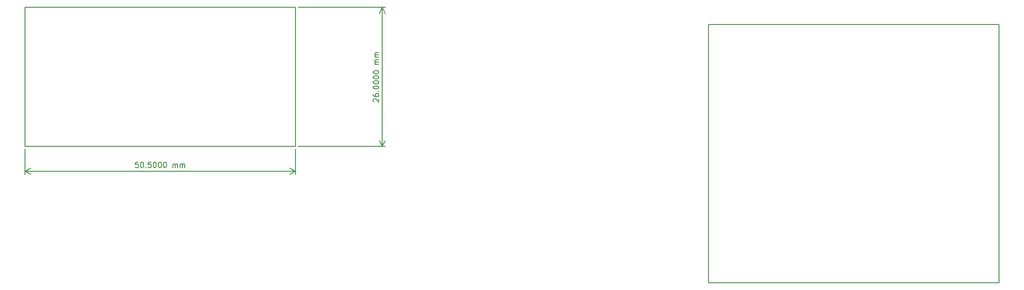
<source format=gbr>
%TF.GenerationSoftware,KiCad,Pcbnew,7.0.6-0*%
%TF.CreationDate,2023-12-30T17:19:21-06:00*%
%TF.ProjectId,MIXER_CORRELATOR,4d495845-525f-4434-9f52-52454c41544f,rev?*%
%TF.SameCoordinates,Original*%
%TF.FileFunction,Profile,NP*%
%FSLAX46Y46*%
G04 Gerber Fmt 4.6, Leading zero omitted, Abs format (unit mm)*
G04 Created by KiCad (PCBNEW 7.0.6-0) date 2023-12-30 17:19:21*
%MOMM*%
%LPD*%
G01*
G04 APERTURE LIST*
%TA.AperFunction,Profile*%
%ADD10C,0.150000*%
%TD*%
%ADD11C,0.150000*%
G04 APERTURE END LIST*
D10*
X37400000Y-50525000D02*
X87900000Y-50525000D01*
X87900000Y-76525000D01*
X37400000Y-76525000D01*
X37400000Y-50525000D01*
X164938000Y-53703000D02*
X219167000Y-53703000D01*
X219167000Y-101963000D01*
X164938000Y-101963000D01*
X164938000Y-53703000D01*
D11*
X102505057Y-68144046D02*
X102457438Y-68096427D01*
X102457438Y-68096427D02*
X102409819Y-68001189D01*
X102409819Y-68001189D02*
X102409819Y-67763094D01*
X102409819Y-67763094D02*
X102457438Y-67667856D01*
X102457438Y-67667856D02*
X102505057Y-67620237D01*
X102505057Y-67620237D02*
X102600295Y-67572618D01*
X102600295Y-67572618D02*
X102695533Y-67572618D01*
X102695533Y-67572618D02*
X102838390Y-67620237D01*
X102838390Y-67620237D02*
X103409819Y-68191665D01*
X103409819Y-68191665D02*
X103409819Y-67572618D01*
X102409819Y-66715475D02*
X102409819Y-66905951D01*
X102409819Y-66905951D02*
X102457438Y-67001189D01*
X102457438Y-67001189D02*
X102505057Y-67048808D01*
X102505057Y-67048808D02*
X102647914Y-67144046D01*
X102647914Y-67144046D02*
X102838390Y-67191665D01*
X102838390Y-67191665D02*
X103219342Y-67191665D01*
X103219342Y-67191665D02*
X103314580Y-67144046D01*
X103314580Y-67144046D02*
X103362200Y-67096427D01*
X103362200Y-67096427D02*
X103409819Y-67001189D01*
X103409819Y-67001189D02*
X103409819Y-66810713D01*
X103409819Y-66810713D02*
X103362200Y-66715475D01*
X103362200Y-66715475D02*
X103314580Y-66667856D01*
X103314580Y-66667856D02*
X103219342Y-66620237D01*
X103219342Y-66620237D02*
X102981247Y-66620237D01*
X102981247Y-66620237D02*
X102886009Y-66667856D01*
X102886009Y-66667856D02*
X102838390Y-66715475D01*
X102838390Y-66715475D02*
X102790771Y-66810713D01*
X102790771Y-66810713D02*
X102790771Y-67001189D01*
X102790771Y-67001189D02*
X102838390Y-67096427D01*
X102838390Y-67096427D02*
X102886009Y-67144046D01*
X102886009Y-67144046D02*
X102981247Y-67191665D01*
X103314580Y-66191665D02*
X103362200Y-66144046D01*
X103362200Y-66144046D02*
X103409819Y-66191665D01*
X103409819Y-66191665D02*
X103362200Y-66239284D01*
X103362200Y-66239284D02*
X103314580Y-66191665D01*
X103314580Y-66191665D02*
X103409819Y-66191665D01*
X102409819Y-65524999D02*
X102409819Y-65429761D01*
X102409819Y-65429761D02*
X102457438Y-65334523D01*
X102457438Y-65334523D02*
X102505057Y-65286904D01*
X102505057Y-65286904D02*
X102600295Y-65239285D01*
X102600295Y-65239285D02*
X102790771Y-65191666D01*
X102790771Y-65191666D02*
X103028866Y-65191666D01*
X103028866Y-65191666D02*
X103219342Y-65239285D01*
X103219342Y-65239285D02*
X103314580Y-65286904D01*
X103314580Y-65286904D02*
X103362200Y-65334523D01*
X103362200Y-65334523D02*
X103409819Y-65429761D01*
X103409819Y-65429761D02*
X103409819Y-65524999D01*
X103409819Y-65524999D02*
X103362200Y-65620237D01*
X103362200Y-65620237D02*
X103314580Y-65667856D01*
X103314580Y-65667856D02*
X103219342Y-65715475D01*
X103219342Y-65715475D02*
X103028866Y-65763094D01*
X103028866Y-65763094D02*
X102790771Y-65763094D01*
X102790771Y-65763094D02*
X102600295Y-65715475D01*
X102600295Y-65715475D02*
X102505057Y-65667856D01*
X102505057Y-65667856D02*
X102457438Y-65620237D01*
X102457438Y-65620237D02*
X102409819Y-65524999D01*
X102409819Y-64572618D02*
X102409819Y-64477380D01*
X102409819Y-64477380D02*
X102457438Y-64382142D01*
X102457438Y-64382142D02*
X102505057Y-64334523D01*
X102505057Y-64334523D02*
X102600295Y-64286904D01*
X102600295Y-64286904D02*
X102790771Y-64239285D01*
X102790771Y-64239285D02*
X103028866Y-64239285D01*
X103028866Y-64239285D02*
X103219342Y-64286904D01*
X103219342Y-64286904D02*
X103314580Y-64334523D01*
X103314580Y-64334523D02*
X103362200Y-64382142D01*
X103362200Y-64382142D02*
X103409819Y-64477380D01*
X103409819Y-64477380D02*
X103409819Y-64572618D01*
X103409819Y-64572618D02*
X103362200Y-64667856D01*
X103362200Y-64667856D02*
X103314580Y-64715475D01*
X103314580Y-64715475D02*
X103219342Y-64763094D01*
X103219342Y-64763094D02*
X103028866Y-64810713D01*
X103028866Y-64810713D02*
X102790771Y-64810713D01*
X102790771Y-64810713D02*
X102600295Y-64763094D01*
X102600295Y-64763094D02*
X102505057Y-64715475D01*
X102505057Y-64715475D02*
X102457438Y-64667856D01*
X102457438Y-64667856D02*
X102409819Y-64572618D01*
X102409819Y-63620237D02*
X102409819Y-63524999D01*
X102409819Y-63524999D02*
X102457438Y-63429761D01*
X102457438Y-63429761D02*
X102505057Y-63382142D01*
X102505057Y-63382142D02*
X102600295Y-63334523D01*
X102600295Y-63334523D02*
X102790771Y-63286904D01*
X102790771Y-63286904D02*
X103028866Y-63286904D01*
X103028866Y-63286904D02*
X103219342Y-63334523D01*
X103219342Y-63334523D02*
X103314580Y-63382142D01*
X103314580Y-63382142D02*
X103362200Y-63429761D01*
X103362200Y-63429761D02*
X103409819Y-63524999D01*
X103409819Y-63524999D02*
X103409819Y-63620237D01*
X103409819Y-63620237D02*
X103362200Y-63715475D01*
X103362200Y-63715475D02*
X103314580Y-63763094D01*
X103314580Y-63763094D02*
X103219342Y-63810713D01*
X103219342Y-63810713D02*
X103028866Y-63858332D01*
X103028866Y-63858332D02*
X102790771Y-63858332D01*
X102790771Y-63858332D02*
X102600295Y-63810713D01*
X102600295Y-63810713D02*
X102505057Y-63763094D01*
X102505057Y-63763094D02*
X102457438Y-63715475D01*
X102457438Y-63715475D02*
X102409819Y-63620237D01*
X102409819Y-62667856D02*
X102409819Y-62572618D01*
X102409819Y-62572618D02*
X102457438Y-62477380D01*
X102457438Y-62477380D02*
X102505057Y-62429761D01*
X102505057Y-62429761D02*
X102600295Y-62382142D01*
X102600295Y-62382142D02*
X102790771Y-62334523D01*
X102790771Y-62334523D02*
X103028866Y-62334523D01*
X103028866Y-62334523D02*
X103219342Y-62382142D01*
X103219342Y-62382142D02*
X103314580Y-62429761D01*
X103314580Y-62429761D02*
X103362200Y-62477380D01*
X103362200Y-62477380D02*
X103409819Y-62572618D01*
X103409819Y-62572618D02*
X103409819Y-62667856D01*
X103409819Y-62667856D02*
X103362200Y-62763094D01*
X103362200Y-62763094D02*
X103314580Y-62810713D01*
X103314580Y-62810713D02*
X103219342Y-62858332D01*
X103219342Y-62858332D02*
X103028866Y-62905951D01*
X103028866Y-62905951D02*
X102790771Y-62905951D01*
X102790771Y-62905951D02*
X102600295Y-62858332D01*
X102600295Y-62858332D02*
X102505057Y-62810713D01*
X102505057Y-62810713D02*
X102457438Y-62763094D01*
X102457438Y-62763094D02*
X102409819Y-62667856D01*
X103409819Y-61144046D02*
X102743152Y-61144046D01*
X102838390Y-61144046D02*
X102790771Y-61096427D01*
X102790771Y-61096427D02*
X102743152Y-61001189D01*
X102743152Y-61001189D02*
X102743152Y-60858332D01*
X102743152Y-60858332D02*
X102790771Y-60763094D01*
X102790771Y-60763094D02*
X102886009Y-60715475D01*
X102886009Y-60715475D02*
X103409819Y-60715475D01*
X102886009Y-60715475D02*
X102790771Y-60667856D01*
X102790771Y-60667856D02*
X102743152Y-60572618D01*
X102743152Y-60572618D02*
X102743152Y-60429761D01*
X102743152Y-60429761D02*
X102790771Y-60334522D01*
X102790771Y-60334522D02*
X102886009Y-60286903D01*
X102886009Y-60286903D02*
X103409819Y-60286903D01*
X103409819Y-59810713D02*
X102743152Y-59810713D01*
X102838390Y-59810713D02*
X102790771Y-59763094D01*
X102790771Y-59763094D02*
X102743152Y-59667856D01*
X102743152Y-59667856D02*
X102743152Y-59524999D01*
X102743152Y-59524999D02*
X102790771Y-59429761D01*
X102790771Y-59429761D02*
X102886009Y-59382142D01*
X102886009Y-59382142D02*
X103409819Y-59382142D01*
X102886009Y-59382142D02*
X102790771Y-59334523D01*
X102790771Y-59334523D02*
X102743152Y-59239285D01*
X102743152Y-59239285D02*
X102743152Y-59096428D01*
X102743152Y-59096428D02*
X102790771Y-59001189D01*
X102790771Y-59001189D02*
X102886009Y-58953570D01*
X102886009Y-58953570D02*
X103409819Y-58953570D01*
D10*
X88400000Y-76525000D02*
X104691420Y-76525000D01*
X88400000Y-50525000D02*
X104691420Y-50525000D01*
X104105000Y-76525000D02*
X104105000Y-50525000D01*
X104105000Y-76525000D02*
X104105000Y-50525000D01*
X104105000Y-76525000D02*
X103518579Y-75398496D01*
X104105000Y-76525000D02*
X104691421Y-75398496D01*
X104105000Y-50525000D02*
X104691421Y-51651504D01*
X104105000Y-50525000D02*
X103518579Y-51651504D01*
D11*
X58554762Y-79439819D02*
X58078572Y-79439819D01*
X58078572Y-79439819D02*
X58030953Y-79916009D01*
X58030953Y-79916009D02*
X58078572Y-79868390D01*
X58078572Y-79868390D02*
X58173810Y-79820771D01*
X58173810Y-79820771D02*
X58411905Y-79820771D01*
X58411905Y-79820771D02*
X58507143Y-79868390D01*
X58507143Y-79868390D02*
X58554762Y-79916009D01*
X58554762Y-79916009D02*
X58602381Y-80011247D01*
X58602381Y-80011247D02*
X58602381Y-80249342D01*
X58602381Y-80249342D02*
X58554762Y-80344580D01*
X58554762Y-80344580D02*
X58507143Y-80392200D01*
X58507143Y-80392200D02*
X58411905Y-80439819D01*
X58411905Y-80439819D02*
X58173810Y-80439819D01*
X58173810Y-80439819D02*
X58078572Y-80392200D01*
X58078572Y-80392200D02*
X58030953Y-80344580D01*
X59221429Y-79439819D02*
X59316667Y-79439819D01*
X59316667Y-79439819D02*
X59411905Y-79487438D01*
X59411905Y-79487438D02*
X59459524Y-79535057D01*
X59459524Y-79535057D02*
X59507143Y-79630295D01*
X59507143Y-79630295D02*
X59554762Y-79820771D01*
X59554762Y-79820771D02*
X59554762Y-80058866D01*
X59554762Y-80058866D02*
X59507143Y-80249342D01*
X59507143Y-80249342D02*
X59459524Y-80344580D01*
X59459524Y-80344580D02*
X59411905Y-80392200D01*
X59411905Y-80392200D02*
X59316667Y-80439819D01*
X59316667Y-80439819D02*
X59221429Y-80439819D01*
X59221429Y-80439819D02*
X59126191Y-80392200D01*
X59126191Y-80392200D02*
X59078572Y-80344580D01*
X59078572Y-80344580D02*
X59030953Y-80249342D01*
X59030953Y-80249342D02*
X58983334Y-80058866D01*
X58983334Y-80058866D02*
X58983334Y-79820771D01*
X58983334Y-79820771D02*
X59030953Y-79630295D01*
X59030953Y-79630295D02*
X59078572Y-79535057D01*
X59078572Y-79535057D02*
X59126191Y-79487438D01*
X59126191Y-79487438D02*
X59221429Y-79439819D01*
X59983334Y-80344580D02*
X60030953Y-80392200D01*
X60030953Y-80392200D02*
X59983334Y-80439819D01*
X59983334Y-80439819D02*
X59935715Y-80392200D01*
X59935715Y-80392200D02*
X59983334Y-80344580D01*
X59983334Y-80344580D02*
X59983334Y-80439819D01*
X60935714Y-79439819D02*
X60459524Y-79439819D01*
X60459524Y-79439819D02*
X60411905Y-79916009D01*
X60411905Y-79916009D02*
X60459524Y-79868390D01*
X60459524Y-79868390D02*
X60554762Y-79820771D01*
X60554762Y-79820771D02*
X60792857Y-79820771D01*
X60792857Y-79820771D02*
X60888095Y-79868390D01*
X60888095Y-79868390D02*
X60935714Y-79916009D01*
X60935714Y-79916009D02*
X60983333Y-80011247D01*
X60983333Y-80011247D02*
X60983333Y-80249342D01*
X60983333Y-80249342D02*
X60935714Y-80344580D01*
X60935714Y-80344580D02*
X60888095Y-80392200D01*
X60888095Y-80392200D02*
X60792857Y-80439819D01*
X60792857Y-80439819D02*
X60554762Y-80439819D01*
X60554762Y-80439819D02*
X60459524Y-80392200D01*
X60459524Y-80392200D02*
X60411905Y-80344580D01*
X61602381Y-79439819D02*
X61697619Y-79439819D01*
X61697619Y-79439819D02*
X61792857Y-79487438D01*
X61792857Y-79487438D02*
X61840476Y-79535057D01*
X61840476Y-79535057D02*
X61888095Y-79630295D01*
X61888095Y-79630295D02*
X61935714Y-79820771D01*
X61935714Y-79820771D02*
X61935714Y-80058866D01*
X61935714Y-80058866D02*
X61888095Y-80249342D01*
X61888095Y-80249342D02*
X61840476Y-80344580D01*
X61840476Y-80344580D02*
X61792857Y-80392200D01*
X61792857Y-80392200D02*
X61697619Y-80439819D01*
X61697619Y-80439819D02*
X61602381Y-80439819D01*
X61602381Y-80439819D02*
X61507143Y-80392200D01*
X61507143Y-80392200D02*
X61459524Y-80344580D01*
X61459524Y-80344580D02*
X61411905Y-80249342D01*
X61411905Y-80249342D02*
X61364286Y-80058866D01*
X61364286Y-80058866D02*
X61364286Y-79820771D01*
X61364286Y-79820771D02*
X61411905Y-79630295D01*
X61411905Y-79630295D02*
X61459524Y-79535057D01*
X61459524Y-79535057D02*
X61507143Y-79487438D01*
X61507143Y-79487438D02*
X61602381Y-79439819D01*
X62554762Y-79439819D02*
X62650000Y-79439819D01*
X62650000Y-79439819D02*
X62745238Y-79487438D01*
X62745238Y-79487438D02*
X62792857Y-79535057D01*
X62792857Y-79535057D02*
X62840476Y-79630295D01*
X62840476Y-79630295D02*
X62888095Y-79820771D01*
X62888095Y-79820771D02*
X62888095Y-80058866D01*
X62888095Y-80058866D02*
X62840476Y-80249342D01*
X62840476Y-80249342D02*
X62792857Y-80344580D01*
X62792857Y-80344580D02*
X62745238Y-80392200D01*
X62745238Y-80392200D02*
X62650000Y-80439819D01*
X62650000Y-80439819D02*
X62554762Y-80439819D01*
X62554762Y-80439819D02*
X62459524Y-80392200D01*
X62459524Y-80392200D02*
X62411905Y-80344580D01*
X62411905Y-80344580D02*
X62364286Y-80249342D01*
X62364286Y-80249342D02*
X62316667Y-80058866D01*
X62316667Y-80058866D02*
X62316667Y-79820771D01*
X62316667Y-79820771D02*
X62364286Y-79630295D01*
X62364286Y-79630295D02*
X62411905Y-79535057D01*
X62411905Y-79535057D02*
X62459524Y-79487438D01*
X62459524Y-79487438D02*
X62554762Y-79439819D01*
X63507143Y-79439819D02*
X63602381Y-79439819D01*
X63602381Y-79439819D02*
X63697619Y-79487438D01*
X63697619Y-79487438D02*
X63745238Y-79535057D01*
X63745238Y-79535057D02*
X63792857Y-79630295D01*
X63792857Y-79630295D02*
X63840476Y-79820771D01*
X63840476Y-79820771D02*
X63840476Y-80058866D01*
X63840476Y-80058866D02*
X63792857Y-80249342D01*
X63792857Y-80249342D02*
X63745238Y-80344580D01*
X63745238Y-80344580D02*
X63697619Y-80392200D01*
X63697619Y-80392200D02*
X63602381Y-80439819D01*
X63602381Y-80439819D02*
X63507143Y-80439819D01*
X63507143Y-80439819D02*
X63411905Y-80392200D01*
X63411905Y-80392200D02*
X63364286Y-80344580D01*
X63364286Y-80344580D02*
X63316667Y-80249342D01*
X63316667Y-80249342D02*
X63269048Y-80058866D01*
X63269048Y-80058866D02*
X63269048Y-79820771D01*
X63269048Y-79820771D02*
X63316667Y-79630295D01*
X63316667Y-79630295D02*
X63364286Y-79535057D01*
X63364286Y-79535057D02*
X63411905Y-79487438D01*
X63411905Y-79487438D02*
X63507143Y-79439819D01*
X65030953Y-80439819D02*
X65030953Y-79773152D01*
X65030953Y-79868390D02*
X65078572Y-79820771D01*
X65078572Y-79820771D02*
X65173810Y-79773152D01*
X65173810Y-79773152D02*
X65316667Y-79773152D01*
X65316667Y-79773152D02*
X65411905Y-79820771D01*
X65411905Y-79820771D02*
X65459524Y-79916009D01*
X65459524Y-79916009D02*
X65459524Y-80439819D01*
X65459524Y-79916009D02*
X65507143Y-79820771D01*
X65507143Y-79820771D02*
X65602381Y-79773152D01*
X65602381Y-79773152D02*
X65745238Y-79773152D01*
X65745238Y-79773152D02*
X65840477Y-79820771D01*
X65840477Y-79820771D02*
X65888096Y-79916009D01*
X65888096Y-79916009D02*
X65888096Y-80439819D01*
X66364286Y-80439819D02*
X66364286Y-79773152D01*
X66364286Y-79868390D02*
X66411905Y-79820771D01*
X66411905Y-79820771D02*
X66507143Y-79773152D01*
X66507143Y-79773152D02*
X66650000Y-79773152D01*
X66650000Y-79773152D02*
X66745238Y-79820771D01*
X66745238Y-79820771D02*
X66792857Y-79916009D01*
X66792857Y-79916009D02*
X66792857Y-80439819D01*
X66792857Y-79916009D02*
X66840476Y-79820771D01*
X66840476Y-79820771D02*
X66935714Y-79773152D01*
X66935714Y-79773152D02*
X67078571Y-79773152D01*
X67078571Y-79773152D02*
X67173810Y-79820771D01*
X67173810Y-79820771D02*
X67221429Y-79916009D01*
X67221429Y-79916009D02*
X67221429Y-80439819D01*
D10*
X37400000Y-77025000D02*
X37400000Y-81721420D01*
X87900000Y-77025000D02*
X87900000Y-81721420D01*
X37400000Y-81135000D02*
X87900000Y-81135000D01*
X37400000Y-81135000D02*
X87900000Y-81135000D01*
X37400000Y-81135000D02*
X38526504Y-80548579D01*
X37400000Y-81135000D02*
X38526504Y-81721421D01*
X87900000Y-81135000D02*
X86773496Y-81721421D01*
X87900000Y-81135000D02*
X86773496Y-80548579D01*
M02*

</source>
